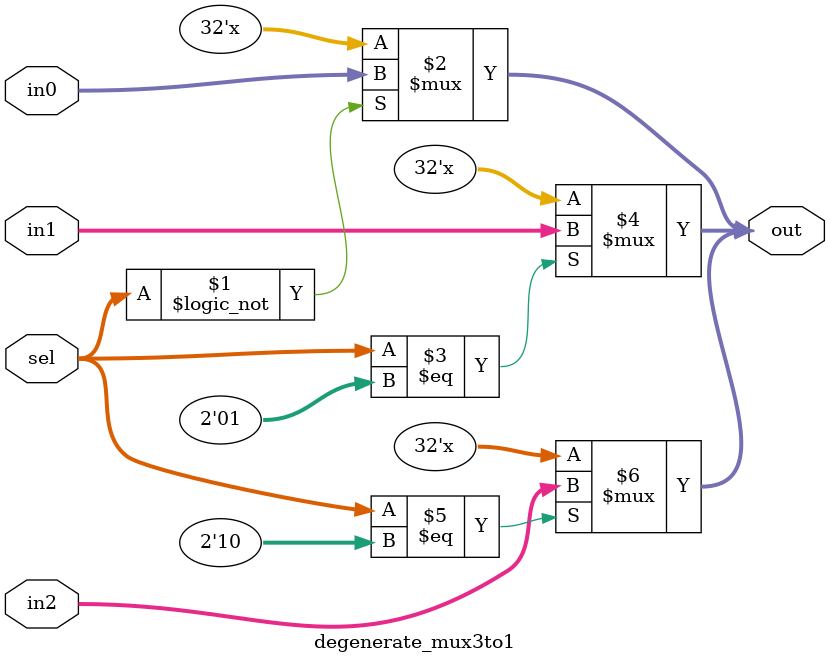
<source format=v>
module degenerate_mux3to1 #(parameter w = 32) (in0, in1, in2, sel, out);
  input [w-1 : 0] in0;
  wire [w-1 : 0] in0;
  input [w-1 : 0] in1;
  wire [w-1 : 0] in1;
  input [w-1 : 0] in2;
  wire [w-1 : 0] in2;
  input [1 : 0] sel;
  wire [1 : 0] sel;
  output [w-1 : 0] out;
  wire [w-1 : 0] out;
  
  assign out = (sel == 2'b00 ? in0 : {w{1'bz}});
  assign out = (sel == 2'b01 ? in1 : {w{1'bz}});
  assign out = (sel == 2'b10 ? in2 : {w{1'bz}});
  
endmodule
</source>
